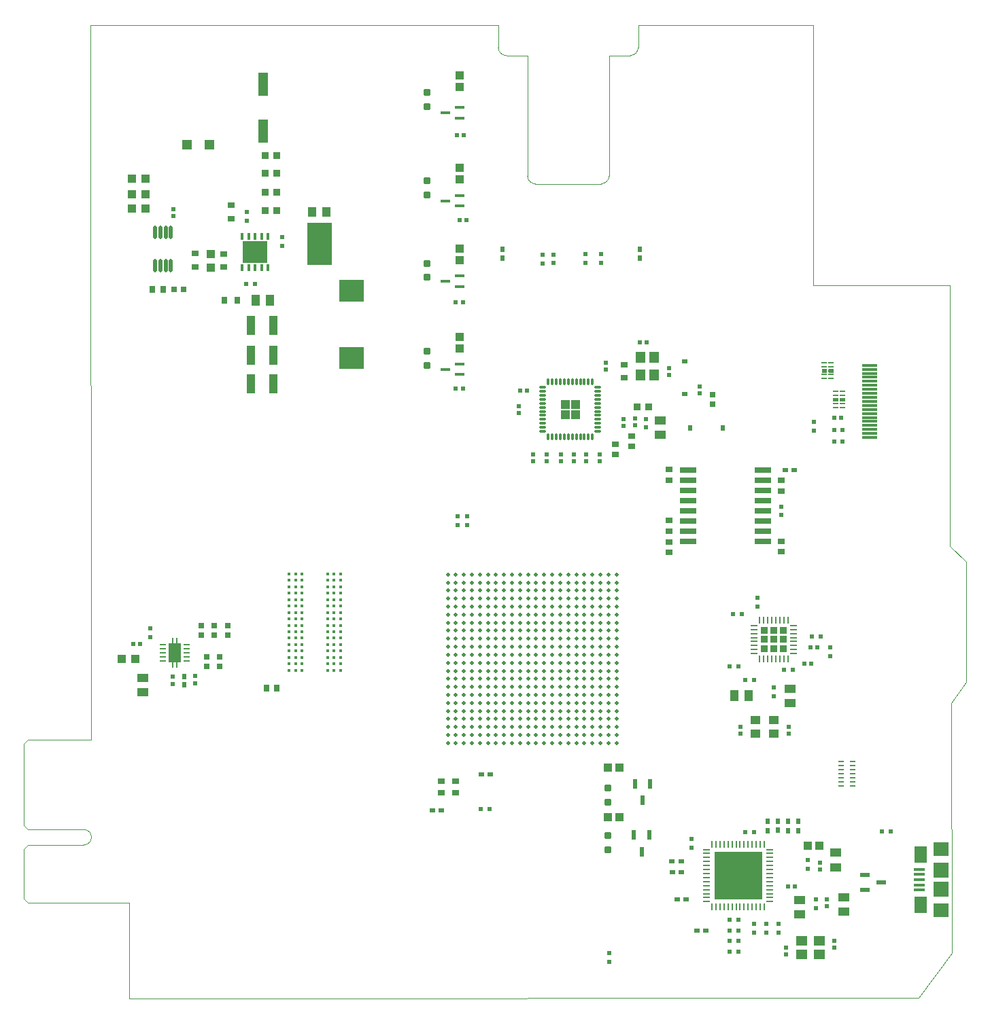
<source format=gbr>
G04 #@! TF.GenerationSoftware,KiCad,Pcbnew,(7.0.0)*
G04 #@! TF.CreationDate,2024-09-25T23:02:18+02:00*
G04 #@! TF.ProjectId,FPGA_dev_board,46504741-5f64-4657-965f-626f6172642e,rev?*
G04 #@! TF.SameCoordinates,Original*
G04 #@! TF.FileFunction,Paste,Top*
G04 #@! TF.FilePolarity,Positive*
%FSLAX46Y46*%
G04 Gerber Fmt 4.6, Leading zero omitted, Abs format (unit mm)*
G04 Created by KiCad (PCBNEW (7.0.0)) date 2024-09-25 23:02:18*
%MOMM*%
%LPD*%
G01*
G04 APERTURE LIST*
G04 Aperture macros list*
%AMRoundRect*
0 Rectangle with rounded corners*
0 $1 Rounding radius*
0 $2 $3 $4 $5 $6 $7 $8 $9 X,Y pos of 4 corners*
0 Add a 4 corners polygon primitive as box body*
4,1,4,$2,$3,$4,$5,$6,$7,$8,$9,$2,$3,0*
0 Add four circle primitives for the rounded corners*
1,1,$1+$1,$2,$3*
1,1,$1+$1,$4,$5*
1,1,$1+$1,$6,$7*
1,1,$1+$1,$8,$9*
0 Add four rect primitives between the rounded corners*
20,1,$1+$1,$2,$3,$4,$5,0*
20,1,$1+$1,$4,$5,$6,$7,0*
20,1,$1+$1,$6,$7,$8,$9,0*
20,1,$1+$1,$8,$9,$2,$3,0*%
G04 Aperture macros list end*
%ADD10C,0.010000*%
%ADD11R,0.508000X0.609600*%
%ADD12R,0.711200X0.711200*%
%ADD13R,0.600000X0.540000*%
%ADD14R,0.965200X0.889000*%
%ADD15R,0.939800X0.762000*%
%ADD16R,0.540000X0.600000*%
%ADD17R,0.609600X0.508000*%
%ADD18RoundRect,0.098750X0.296250X-0.336250X0.296250X0.336250X-0.296250X0.336250X-0.296250X-0.336250X0*%
%ADD19C,0.400000*%
%ADD20R,0.508000X0.660400*%
%ADD21R,1.040000X1.020000*%
%ADD22R,1.100000X1.000000*%
%ADD23R,1.420000X1.080000*%
%ADD24R,0.900000X0.800000*%
%ADD25RoundRect,0.232500X0.232500X0.232500X-0.232500X0.232500X-0.232500X-0.232500X0.232500X-0.232500X0*%
%ADD26RoundRect,0.062500X0.375000X0.062500X-0.375000X0.062500X-0.375000X-0.062500X0.375000X-0.062500X0*%
%ADD27RoundRect,0.062500X0.062500X0.375000X-0.062500X0.375000X-0.062500X-0.375000X0.062500X-0.375000X0*%
%ADD28R,1.168400X0.457200*%
%ADD29C,0.500000*%
%ADD30C,0.280000*%
%ADD31R,0.710000X0.280000*%
%ADD32R,0.280000X0.700000*%
%ADD33R,1.650000X2.400000*%
%ADD34R,0.711200X0.508000*%
%ADD35R,0.558800X0.711200*%
%ADD36R,0.600000X0.750000*%
%ADD37R,0.600000X0.560000*%
%ADD38R,1.020000X1.040000*%
%ADD39R,0.660400X0.508000*%
%ADD40R,0.790000X0.930000*%
%ADD41R,1.080000X1.420000*%
%ADD42R,0.700000X0.900000*%
%ADD43R,3.098800X5.207000*%
%ADD44R,0.990600X1.143000*%
%ADD45R,1.066800X2.489200*%
%ADD46R,0.660400X0.254000*%
%ADD47RoundRect,0.024000X-0.996000X-0.276000X0.996000X-0.276000X0.996000X0.276000X-0.996000X0.276000X0*%
%ADD48R,0.475000X0.500000*%
%ADD49RoundRect,0.025000X-0.257500X-0.075000X0.257500X-0.075000X0.257500X0.075000X-0.257500X0.075000X0*%
%ADD50R,0.304800X0.812800*%
%ADD51R,3.098800X2.692400*%
%ADD52R,1.200000X1.200000*%
%ADD53R,0.930000X0.790000*%
%ADD54R,1.900000X0.300000*%
%ADD55R,0.560000X0.600000*%
%ADD56R,0.508000X0.711200*%
%ADD57R,1.350000X0.400000*%
%ADD58R,1.600000X2.100000*%
%ADD59R,1.900000X1.800000*%
%ADD60R,1.900000X1.900000*%
%ADD61R,1.200000X1.400000*%
%ADD62R,0.900000X0.700000*%
%ADD63R,0.590000X0.600000*%
%ADD64R,1.250000X0.600000*%
%ADD65R,0.965200X0.939800*%
%ADD66R,0.558800X1.270000*%
%ADD67O,0.449999X1.699999*%
%ADD68R,1.300000X1.050000*%
%ADD69R,3.149600X2.667000*%
%ADD70R,1.400000X1.200000*%
%ADD71R,1.143000X2.997200*%
%ADD72R,0.807999X0.254800*%
%ADD73R,0.254800X0.807999*%
%ADD74R,5.943600X5.943600*%
%ADD75R,1.000000X1.100000*%
%ADD76RoundRect,0.033750X-0.101250X0.371250X-0.101250X-0.371250X0.101250X-0.371250X0.101250X0.371250X0*%
%ADD77RoundRect,0.033750X-0.371250X-0.101250X0.371250X-0.101250X0.371250X0.101250X-0.371250X0.101250X0*%
G04 #@! TA.AperFunction,Profile*
%ADD78C,0.100000*%
G04 #@! TD*
G04 #@! TA.AperFunction,Profile*
%ADD79C,0.010000*%
G04 #@! TD*
G04 APERTURE END LIST*
G36*
X137003000Y-162491000D02*
G01*
X137005000Y-162491000D01*
X137008000Y-162492000D01*
X137010000Y-162492000D01*
X137013000Y-162493000D01*
X137015000Y-162494000D01*
X137018000Y-162495000D01*
X137020000Y-162497000D01*
X137022000Y-162498000D01*
X137024000Y-162500000D01*
X137026000Y-162501000D01*
X137028000Y-162503000D01*
X137030000Y-162505000D01*
X137032000Y-162507000D01*
X137034000Y-162509000D01*
X137035000Y-162511000D01*
X137037000Y-162513000D01*
X137038000Y-162515000D01*
X137040000Y-162517000D01*
X137041000Y-162520000D01*
X137042000Y-162522000D01*
X137043000Y-162525000D01*
X137043000Y-162527000D01*
X137044000Y-162530000D01*
X137044000Y-162532000D01*
X137045000Y-162535000D01*
X137045000Y-162537000D01*
X137045000Y-162540000D01*
X137045000Y-162800000D01*
X137045000Y-162803000D01*
X137045000Y-162805000D01*
X137044000Y-162808000D01*
X137044000Y-162810000D01*
X137043000Y-162813000D01*
X137043000Y-162815000D01*
X137042000Y-162818000D01*
X137041000Y-162820000D01*
X137040000Y-162823000D01*
X137038000Y-162825000D01*
X137037000Y-162827000D01*
X137035000Y-162829000D01*
X137034000Y-162831000D01*
X137032000Y-162833000D01*
X137030000Y-162835000D01*
X137028000Y-162837000D01*
X137026000Y-162839000D01*
X137024000Y-162840000D01*
X137022000Y-162842000D01*
X137020000Y-162843000D01*
X137018000Y-162845000D01*
X137015000Y-162846000D01*
X137013000Y-162847000D01*
X137010000Y-162848000D01*
X137008000Y-162848000D01*
X137005000Y-162849000D01*
X137003000Y-162849000D01*
X137000000Y-162850000D01*
X136998000Y-162850000D01*
X136995000Y-162850000D01*
X136530000Y-162850000D01*
X136527000Y-162850000D01*
X136525000Y-162850000D01*
X136522000Y-162849000D01*
X136520000Y-162849000D01*
X136517000Y-162848000D01*
X136515000Y-162848000D01*
X136512000Y-162847000D01*
X136510000Y-162846000D01*
X136507000Y-162845000D01*
X136505000Y-162843000D01*
X136503000Y-162842000D01*
X136501000Y-162840000D01*
X136499000Y-162839000D01*
X136497000Y-162837000D01*
X136495000Y-162835000D01*
X136493000Y-162833000D01*
X136491000Y-162831000D01*
X136490000Y-162829000D01*
X136488000Y-162827000D01*
X136487000Y-162825000D01*
X136485000Y-162823000D01*
X136484000Y-162820000D01*
X136483000Y-162818000D01*
X136482000Y-162815000D01*
X136482000Y-162813000D01*
X136481000Y-162810000D01*
X136481000Y-162808000D01*
X136480000Y-162805000D01*
X136480000Y-162803000D01*
X136480000Y-162800000D01*
X136480000Y-162540000D01*
X136480000Y-162537000D01*
X136480000Y-162535000D01*
X136481000Y-162532000D01*
X136481000Y-162530000D01*
X136482000Y-162527000D01*
X136482000Y-162525000D01*
X136483000Y-162522000D01*
X136484000Y-162520000D01*
X136485000Y-162517000D01*
X136487000Y-162515000D01*
X136488000Y-162513000D01*
X136490000Y-162511000D01*
X136491000Y-162509000D01*
X136493000Y-162507000D01*
X136495000Y-162505000D01*
X136497000Y-162503000D01*
X136499000Y-162501000D01*
X136501000Y-162500000D01*
X136503000Y-162498000D01*
X136505000Y-162497000D01*
X136507000Y-162495000D01*
X136510000Y-162494000D01*
X136512000Y-162493000D01*
X136515000Y-162492000D01*
X136517000Y-162492000D01*
X136520000Y-162491000D01*
X136522000Y-162491000D01*
X136525000Y-162490000D01*
X136527000Y-162490000D01*
X136530000Y-162490000D01*
X136995000Y-162490000D01*
X136998000Y-162490000D01*
X137000000Y-162490000D01*
X137003000Y-162491000D01*
G37*
D10*
X137003000Y-162491000D02*
X137005000Y-162491000D01*
X137008000Y-162492000D01*
X137010000Y-162492000D01*
X137013000Y-162493000D01*
X137015000Y-162494000D01*
X137018000Y-162495000D01*
X137020000Y-162497000D01*
X137022000Y-162498000D01*
X137024000Y-162500000D01*
X137026000Y-162501000D01*
X137028000Y-162503000D01*
X137030000Y-162505000D01*
X137032000Y-162507000D01*
X137034000Y-162509000D01*
X137035000Y-162511000D01*
X137037000Y-162513000D01*
X137038000Y-162515000D01*
X137040000Y-162517000D01*
X137041000Y-162520000D01*
X137042000Y-162522000D01*
X137043000Y-162525000D01*
X137043000Y-162527000D01*
X137044000Y-162530000D01*
X137044000Y-162532000D01*
X137045000Y-162535000D01*
X137045000Y-162537000D01*
X137045000Y-162540000D01*
X137045000Y-162800000D01*
X137045000Y-162803000D01*
X137045000Y-162805000D01*
X137044000Y-162808000D01*
X137044000Y-162810000D01*
X137043000Y-162813000D01*
X137043000Y-162815000D01*
X137042000Y-162818000D01*
X137041000Y-162820000D01*
X137040000Y-162823000D01*
X137038000Y-162825000D01*
X137037000Y-162827000D01*
X137035000Y-162829000D01*
X137034000Y-162831000D01*
X137032000Y-162833000D01*
X137030000Y-162835000D01*
X137028000Y-162837000D01*
X137026000Y-162839000D01*
X137024000Y-162840000D01*
X137022000Y-162842000D01*
X137020000Y-162843000D01*
X137018000Y-162845000D01*
X137015000Y-162846000D01*
X137013000Y-162847000D01*
X137010000Y-162848000D01*
X137008000Y-162848000D01*
X137005000Y-162849000D01*
X137003000Y-162849000D01*
X137000000Y-162850000D01*
X136998000Y-162850000D01*
X136995000Y-162850000D01*
X136530000Y-162850000D01*
X136527000Y-162850000D01*
X136525000Y-162850000D01*
X136522000Y-162849000D01*
X136520000Y-162849000D01*
X136517000Y-162848000D01*
X136515000Y-162848000D01*
X136512000Y-162847000D01*
X136510000Y-162846000D01*
X136507000Y-162845000D01*
X136505000Y-162843000D01*
X136503000Y-162842000D01*
X136501000Y-162840000D01*
X136499000Y-162839000D01*
X136497000Y-162837000D01*
X136495000Y-162835000D01*
X136493000Y-162833000D01*
X136491000Y-162831000D01*
X136490000Y-162829000D01*
X136488000Y-162827000D01*
X136487000Y-162825000D01*
X136485000Y-162823000D01*
X136484000Y-162820000D01*
X136483000Y-162818000D01*
X136482000Y-162815000D01*
X136482000Y-162813000D01*
X136481000Y-162810000D01*
X136481000Y-162808000D01*
X136480000Y-162805000D01*
X136480000Y-162803000D01*
X136480000Y-162800000D01*
X136480000Y-162540000D01*
X136480000Y-162537000D01*
X136480000Y-162535000D01*
X136481000Y-162532000D01*
X136481000Y-162530000D01*
X136482000Y-162527000D01*
X136482000Y-162525000D01*
X136483000Y-162522000D01*
X136484000Y-162520000D01*
X136485000Y-162517000D01*
X136487000Y-162515000D01*
X136488000Y-162513000D01*
X136490000Y-162511000D01*
X136491000Y-162509000D01*
X136493000Y-162507000D01*
X136495000Y-162505000D01*
X136497000Y-162503000D01*
X136499000Y-162501000D01*
X136501000Y-162500000D01*
X136503000Y-162498000D01*
X136505000Y-162497000D01*
X136507000Y-162495000D01*
X136510000Y-162494000D01*
X136512000Y-162493000D01*
X136515000Y-162492000D01*
X136517000Y-162492000D01*
X136520000Y-162491000D01*
X136522000Y-162491000D01*
X136525000Y-162490000D01*
X136527000Y-162490000D01*
X136530000Y-162490000D01*
X136995000Y-162490000D01*
X136998000Y-162490000D01*
X137000000Y-162490000D01*
X137003000Y-162491000D01*
G36*
X137838000Y-162491000D02*
G01*
X137840000Y-162491000D01*
X137843000Y-162492000D01*
X137845000Y-162492000D01*
X137848000Y-162493000D01*
X137850000Y-162494000D01*
X137853000Y-162495000D01*
X137855000Y-162497000D01*
X137857000Y-162498000D01*
X137859000Y-162500000D01*
X137861000Y-162501000D01*
X137863000Y-162503000D01*
X137865000Y-162505000D01*
X137867000Y-162507000D01*
X137869000Y-162509000D01*
X137870000Y-162511000D01*
X137872000Y-162513000D01*
X137873000Y-162515000D01*
X137875000Y-162517000D01*
X137876000Y-162520000D01*
X137877000Y-162522000D01*
X137878000Y-162525000D01*
X137878000Y-162527000D01*
X137879000Y-162530000D01*
X137879000Y-162532000D01*
X137880000Y-162535000D01*
X137880000Y-162537000D01*
X137880000Y-162540000D01*
X137880000Y-162800000D01*
X137880000Y-162803000D01*
X137880000Y-162805000D01*
X137879000Y-162808000D01*
X137879000Y-162810000D01*
X137878000Y-162813000D01*
X137878000Y-162815000D01*
X137877000Y-162818000D01*
X137876000Y-162820000D01*
X137875000Y-162823000D01*
X137873000Y-162825000D01*
X137872000Y-162827000D01*
X137870000Y-162829000D01*
X137869000Y-162831000D01*
X137867000Y-162833000D01*
X137865000Y-162835000D01*
X137863000Y-162837000D01*
X137861000Y-162839000D01*
X137859000Y-162840000D01*
X137857000Y-162842000D01*
X137855000Y-162843000D01*
X137853000Y-162845000D01*
X137850000Y-162846000D01*
X137848000Y-162847000D01*
X137845000Y-162848000D01*
X137843000Y-162848000D01*
X137840000Y-162849000D01*
X137838000Y-162849000D01*
X137835000Y-162850000D01*
X137833000Y-162850000D01*
X137830000Y-162850000D01*
X137365000Y-162850000D01*
X137362000Y-162850000D01*
X137360000Y-162850000D01*
X137357000Y-162849000D01*
X137355000Y-162849000D01*
X137352000Y-162848000D01*
X137350000Y-162848000D01*
X137347000Y-162847000D01*
X137345000Y-162846000D01*
X137342000Y-162845000D01*
X137340000Y-162843000D01*
X137338000Y-162842000D01*
X137336000Y-162840000D01*
X137334000Y-162839000D01*
X137332000Y-162837000D01*
X137330000Y-162835000D01*
X137328000Y-162833000D01*
X137326000Y-162831000D01*
X137325000Y-162829000D01*
X137323000Y-162827000D01*
X137322000Y-162825000D01*
X137320000Y-162823000D01*
X137319000Y-162820000D01*
X137318000Y-162818000D01*
X137317000Y-162815000D01*
X137317000Y-162813000D01*
X137316000Y-162810000D01*
X137316000Y-162808000D01*
X137315000Y-162805000D01*
X137315000Y-162803000D01*
X137315000Y-162800000D01*
X137315000Y-162540000D01*
X137315000Y-162537000D01*
X137315000Y-162535000D01*
X137316000Y-162532000D01*
X137316000Y-162530000D01*
X137317000Y-162527000D01*
X137317000Y-162525000D01*
X137318000Y-162522000D01*
X137319000Y-162520000D01*
X137320000Y-162517000D01*
X137322000Y-162515000D01*
X137323000Y-162513000D01*
X137325000Y-162511000D01*
X137326000Y-162509000D01*
X137328000Y-162507000D01*
X137330000Y-162505000D01*
X137332000Y-162503000D01*
X137334000Y-162501000D01*
X137336000Y-162500000D01*
X137338000Y-162498000D01*
X137340000Y-162497000D01*
X137342000Y-162495000D01*
X137345000Y-162494000D01*
X137347000Y-162493000D01*
X137350000Y-162492000D01*
X137352000Y-162492000D01*
X137355000Y-162491000D01*
X137357000Y-162491000D01*
X137360000Y-162490000D01*
X137362000Y-162490000D01*
X137365000Y-162490000D01*
X137830000Y-162490000D01*
X137833000Y-162490000D01*
X137835000Y-162490000D01*
X137838000Y-162491000D01*
G37*
X137838000Y-162491000D02*
X137840000Y-162491000D01*
X137843000Y-162492000D01*
X137845000Y-162492000D01*
X137848000Y-162493000D01*
X137850000Y-162494000D01*
X137853000Y-162495000D01*
X137855000Y-162497000D01*
X137857000Y-162498000D01*
X137859000Y-162500000D01*
X137861000Y-162501000D01*
X137863000Y-162503000D01*
X137865000Y-162505000D01*
X137867000Y-162507000D01*
X137869000Y-162509000D01*
X137870000Y-162511000D01*
X137872000Y-162513000D01*
X137873000Y-162515000D01*
X137875000Y-162517000D01*
X137876000Y-162520000D01*
X137877000Y-162522000D01*
X137878000Y-162525000D01*
X137878000Y-162527000D01*
X137879000Y-162530000D01*
X137879000Y-162532000D01*
X137880000Y-162535000D01*
X137880000Y-162537000D01*
X137880000Y-162540000D01*
X137880000Y-162800000D01*
X137880000Y-162803000D01*
X137880000Y-162805000D01*
X137879000Y-162808000D01*
X137879000Y-162810000D01*
X137878000Y-162813000D01*
X137878000Y-162815000D01*
X137877000Y-162818000D01*
X137876000Y-162820000D01*
X137875000Y-162823000D01*
X137873000Y-162825000D01*
X137872000Y-162827000D01*
X137870000Y-162829000D01*
X137869000Y-162831000D01*
X137867000Y-162833000D01*
X137865000Y-162835000D01*
X137863000Y-162837000D01*
X137861000Y-162839000D01*
X137859000Y-162840000D01*
X137857000Y-162842000D01*
X137855000Y-162843000D01*
X137853000Y-162845000D01*
X137850000Y-162846000D01*
X137848000Y-162847000D01*
X137845000Y-162848000D01*
X137843000Y-162848000D01*
X137840000Y-162849000D01*
X137838000Y-162849000D01*
X137835000Y-162850000D01*
X137833000Y-162850000D01*
X137830000Y-162850000D01*
X137365000Y-162850000D01*
X137362000Y-162850000D01*
X137360000Y-162850000D01*
X137357000Y-162849000D01*
X137355000Y-162849000D01*
X137352000Y-162848000D01*
X137350000Y-162848000D01*
X137347000Y-162847000D01*
X137345000Y-162846000D01*
X137342000Y-162845000D01*
X137340000Y-162843000D01*
X137338000Y-162842000D01*
X137336000Y-162840000D01*
X137334000Y-162839000D01*
X137332000Y-162837000D01*
X137330000Y-162835000D01*
X137328000Y-162833000D01*
X137326000Y-162831000D01*
X137325000Y-162829000D01*
X137323000Y-162827000D01*
X137322000Y-162825000D01*
X137320000Y-162823000D01*
X137319000Y-162820000D01*
X137318000Y-162818000D01*
X137317000Y-162815000D01*
X137317000Y-162813000D01*
X137316000Y-162810000D01*
X137316000Y-162808000D01*
X137315000Y-162805000D01*
X137315000Y-162803000D01*
X137315000Y-162800000D01*
X137315000Y-162540000D01*
X137315000Y-162537000D01*
X137315000Y-162535000D01*
X137316000Y-162532000D01*
X137316000Y-162530000D01*
X137317000Y-162527000D01*
X137317000Y-162525000D01*
X137318000Y-162522000D01*
X137319000Y-162520000D01*
X137320000Y-162517000D01*
X137322000Y-162515000D01*
X137323000Y-162513000D01*
X137325000Y-162511000D01*
X137326000Y-162509000D01*
X137328000Y-162507000D01*
X137330000Y-162505000D01*
X137332000Y-162503000D01*
X137334000Y-162501000D01*
X137336000Y-162500000D01*
X137338000Y-162498000D01*
X137340000Y-162497000D01*
X137342000Y-162495000D01*
X137345000Y-162494000D01*
X137347000Y-162493000D01*
X137350000Y-162492000D01*
X137352000Y-162492000D01*
X137355000Y-162491000D01*
X137357000Y-162491000D01*
X137360000Y-162490000D01*
X137362000Y-162490000D01*
X137365000Y-162490000D01*
X137830000Y-162490000D01*
X137833000Y-162490000D01*
X137835000Y-162490000D01*
X137838000Y-162491000D01*
G36*
X67359400Y-147800000D02*
G01*
X66010000Y-147800000D01*
X66010000Y-146653800D01*
X67359400Y-146653800D01*
X67359400Y-147800000D01*
G37*
G36*
X65810000Y-147800000D02*
G01*
X64460600Y-147800000D01*
X64460600Y-146653800D01*
X65810000Y-146653800D01*
X65810000Y-147800000D01*
G37*
G36*
X67359400Y-149146200D02*
G01*
X66010000Y-149146200D01*
X66010000Y-148000000D01*
X67359400Y-148000000D01*
X67359400Y-149146200D01*
G37*
G36*
X65810000Y-149146200D02*
G01*
X64460600Y-149146200D01*
X64460600Y-148000000D01*
X65810000Y-148000000D01*
X65810000Y-149146200D01*
G37*
G36*
X138423000Y-166091000D02*
G01*
X138425000Y-166091000D01*
X138428000Y-166092000D01*
X138430000Y-166092000D01*
X138433000Y-166093000D01*
X138435000Y-166094000D01*
X138438000Y-166095000D01*
X138440000Y-166097000D01*
X138442000Y-166098000D01*
X138444000Y-166100000D01*
X138446000Y-166101000D01*
X138448000Y-166103000D01*
X138450000Y-166105000D01*
X138452000Y-166107000D01*
X138454000Y-166109000D01*
X138455000Y-166111000D01*
X138457000Y-166113000D01*
X138458000Y-166115000D01*
X138460000Y-166117000D01*
X138461000Y-166120000D01*
X138462000Y-166122000D01*
X138463000Y-166125000D01*
X138463000Y-166127000D01*
X138464000Y-166130000D01*
X138464000Y-166132000D01*
X138465000Y-166135000D01*
X138465000Y-166137000D01*
X138465000Y-166140000D01*
X138465000Y-166400000D01*
X138465000Y-166403000D01*
X138465000Y-166405000D01*
X138464000Y-166408000D01*
X138464000Y-166410000D01*
X138463000Y-166413000D01*
X138463000Y-166415000D01*
X138462000Y-166418000D01*
X138461000Y-166420000D01*
X138460000Y-166423000D01*
X138458000Y-166425000D01*
X138457000Y-166427000D01*
X138455000Y-166429000D01*
X138454000Y-166431000D01*
X138452000Y-166433000D01*
X138450000Y-166435000D01*
X138448000Y-166437000D01*
X138446000Y-166439000D01*
X138444000Y-166440000D01*
X138442000Y-166442000D01*
X138440000Y-166443000D01*
X138438000Y-166445000D01*
X138435000Y-166446000D01*
X138433000Y-166447000D01*
X138430000Y-166448000D01*
X138428000Y-166448000D01*
X138425000Y-166449000D01*
X138423000Y-166449000D01*
X138420000Y-166450000D01*
X138418000Y-166450000D01*
X138415000Y-166450000D01*
X137950000Y-166450000D01*
X137947000Y-166450000D01*
X137945000Y-166450000D01*
X137942000Y-166449000D01*
X137940000Y-166449000D01*
X137937000Y-166448000D01*
X137935000Y-166448000D01*
X137932000Y-166447000D01*
X137930000Y-166446000D01*
X137927000Y-166445000D01*
X137925000Y-166443000D01*
X137923000Y-166442000D01*
X137921000Y-166440000D01*
X137919000Y-166439000D01*
X137917000Y-166437000D01*
X137915000Y-166435000D01*
X137913000Y-166433000D01*
X137911000Y-166431000D01*
X137910000Y-166429000D01*
X137908000Y-166427000D01*
X137907000Y-166425000D01*
X137905000Y-166423000D01*
X137904000Y-166420000D01*
X137903000Y-166418000D01*
X137902000Y-166415000D01*
X137902000Y-166413000D01*
X137901000Y-166410000D01*
X137901000Y-166408000D01*
X137900000Y-166405000D01*
X137900000Y-166403000D01*
X137900000Y-166400000D01*
X137900000Y-166140000D01*
X137900000Y-166137000D01*
X137900000Y-166135000D01*
X137901000Y-166132000D01*
X137901000Y-166130000D01*
X137902000Y-166127000D01*
X137902000Y-166125000D01*
X137903000Y-166122000D01*
X137904000Y-166120000D01*
X137905000Y-166117000D01*
X137907000Y-166115000D01*
X137908000Y-166113000D01*
X137910000Y-166111000D01*
X137911000Y-166109000D01*
X137913000Y-166107000D01*
X137915000Y-166105000D01*
X137917000Y-166103000D01*
X137919000Y-166101000D01*
X137921000Y-166100000D01*
X137923000Y-166098000D01*
X137925000Y-166097000D01*
X137927000Y-166095000D01*
X137930000Y-166094000D01*
X137932000Y-166093000D01*
X137935000Y-166092000D01*
X137937000Y-166092000D01*
X137940000Y-166091000D01*
X137942000Y-166091000D01*
X137945000Y-166090000D01*
X137947000Y-166090000D01*
X137950000Y-166090000D01*
X138415000Y-166090000D01*
X138418000Y-166090000D01*
X138420000Y-166090000D01*
X138423000Y-166091000D01*
G37*
X138423000Y-166091000D02*
X138425000Y-166091000D01*
X138428000Y-166092000D01*
X138430000Y-166092000D01*
X138433000Y-166093000D01*
X138435000Y-166094000D01*
X138438000Y-166095000D01*
X138440000Y-166097000D01*
X138442000Y-166098000D01*
X138444000Y-166100000D01*
X138446000Y-166101000D01*
X138448000Y-166103000D01*
X138450000Y-166105000D01*
X138452000Y-166107000D01*
X138454000Y-166109000D01*
X138455000Y-166111000D01*
X138457000Y-166113000D01*
X138458000Y-166115000D01*
X138460000Y-166117000D01*
X138461000Y-166120000D01*
X138462000Y-166122000D01*
X138463000Y-166125000D01*
X138463000Y-166127000D01*
X138464000Y-166130000D01*
X138464000Y-166132000D01*
X138465000Y-166135000D01*
X138465000Y-166137000D01*
X138465000Y-166140000D01*
X138465000Y-166400000D01*
X138465000Y-166403000D01*
X138465000Y-166405000D01*
X138464000Y-166408000D01*
X138464000Y-166410000D01*
X138463000Y-166413000D01*
X138463000Y-166415000D01*
X138462000Y-166418000D01*
X138461000Y-166420000D01*
X138460000Y-166423000D01*
X138458000Y-166425000D01*
X138457000Y-166427000D01*
X138455000Y-166429000D01*
X138454000Y-166431000D01*
X138452000Y-166433000D01*
X138450000Y-166435000D01*
X138448000Y-166437000D01*
X138446000Y-166439000D01*
X138444000Y-166440000D01*
X138442000Y-166442000D01*
X138440000Y-166443000D01*
X138438000Y-166445000D01*
X138435000Y-166446000D01*
X138433000Y-166447000D01*
X138430000Y-166448000D01*
X138428000Y-166448000D01*
X138425000Y-166449000D01*
X138423000Y-166449000D01*
X138420000Y-166450000D01*
X138418000Y-166450000D01*
X138415000Y-166450000D01*
X137950000Y-166450000D01*
X137947000Y-166450000D01*
X137945000Y-166450000D01*
X137942000Y-166449000D01*
X137940000Y-166449000D01*
X137937000Y-166448000D01*
X137935000Y-166448000D01*
X137932000Y-166447000D01*
X137930000Y-166446000D01*
X137927000Y-166445000D01*
X137925000Y-166443000D01*
X137923000Y-166442000D01*
X137921000Y-166440000D01*
X137919000Y-166439000D01*
X137917000Y-166437000D01*
X137915000Y-166435000D01*
X137913000Y-166433000D01*
X137911000Y-166431000D01*
X137910000Y-166429000D01*
X137908000Y-166427000D01*
X137907000Y-166425000D01*
X137905000Y-166423000D01*
X137904000Y-166420000D01*
X137903000Y-166418000D01*
X137902000Y-166415000D01*
X137902000Y-166413000D01*
X137901000Y-166410000D01*
X137901000Y-166408000D01*
X137900000Y-166405000D01*
X137900000Y-166403000D01*
X137900000Y-166400000D01*
X137900000Y-166140000D01*
X137900000Y-166137000D01*
X137900000Y-166135000D01*
X137901000Y-166132000D01*
X137901000Y-166130000D01*
X137902000Y-166127000D01*
X137902000Y-166125000D01*
X137903000Y-166122000D01*
X137904000Y-166120000D01*
X137905000Y-166117000D01*
X137907000Y-166115000D01*
X137908000Y-166113000D01*
X137910000Y-166111000D01*
X137911000Y-166109000D01*
X137913000Y-166107000D01*
X137915000Y-166105000D01*
X137917000Y-166103000D01*
X137919000Y-166101000D01*
X137921000Y-166100000D01*
X137923000Y-166098000D01*
X137925000Y-166097000D01*
X137927000Y-166095000D01*
X137930000Y-166094000D01*
X137932000Y-166093000D01*
X137935000Y-166092000D01*
X137937000Y-166092000D01*
X137940000Y-166091000D01*
X137942000Y-166091000D01*
X137945000Y-166090000D01*
X137947000Y-166090000D01*
X137950000Y-166090000D01*
X138415000Y-166090000D01*
X138418000Y-166090000D01*
X138420000Y-166090000D01*
X138423000Y-166091000D01*
G36*
X139258000Y-166091000D02*
G01*
X139260000Y-166091000D01*
X139263000Y-166092000D01*
X139265000Y-166092000D01*
X139268000Y-166093000D01*
X139270000Y-166094000D01*
X139273000Y-166095000D01*
X139275000Y-166097000D01*
X139277000Y-166098000D01*
X139279000Y-166100000D01*
X139281000Y-166101000D01*
X139283000Y-166103000D01*
X139285000Y-166105000D01*
X139287000Y-166107000D01*
X139289000Y-166109000D01*
X139290000Y-166111000D01*
X139292000Y-166113000D01*
X139293000Y-166115000D01*
X139295000Y-166117000D01*
X139296000Y-166120000D01*
X139297000Y-166122000D01*
X139298000Y-166125000D01*
X139298000Y-166127000D01*
X139299000Y-166130000D01*
X139299000Y-166132000D01*
X139300000Y-166135000D01*
X139300000Y-166137000D01*
X139300000Y-166140000D01*
X139300000Y-166400000D01*
X139300000Y-166403000D01*
X139300000Y-166405000D01*
X139299000Y-166408000D01*
X139299000Y-166410000D01*
X139298000Y-166413000D01*
X139298000Y-166415000D01*
X139297000Y-166418000D01*
X139296000Y-166420000D01*
X139295000Y-166423000D01*
X139293000Y-166425000D01*
X139292000Y-166427000D01*
X139290000Y-166429000D01*
X139289000Y-166431000D01*
X139287000Y-166433000D01*
X139285000Y-166435000D01*
X139283000Y-166437000D01*
X139281000Y-166439000D01*
X139279000Y-166440000D01*
X139277000Y-166442000D01*
X139275000Y-166443000D01*
X139273000Y-166445000D01*
X139270000Y-166446000D01*
X139268000Y-166447000D01*
X139265000Y-166448000D01*
X139263000Y-166448000D01*
X139260000Y-166449000D01*
X139258000Y-166449000D01*
X139255000Y-166450000D01*
X139253000Y-166450000D01*
X139250000Y-166450000D01*
X138785000Y-166450000D01*
X138782000Y-166450000D01*
X138780000Y-166450000D01*
X138777000Y-166449000D01*
X138775000Y-166449000D01*
X138772000Y-166448000D01*
X138770000Y-166448000D01*
X138767000Y-166447000D01*
X138765000Y-166446000D01*
X138762000Y-166445000D01*
X138760000Y-166443000D01*
X138758000Y-166442000D01*
X138756000Y-166440000D01*
X138754000Y-166439000D01*
X138752000Y-166437000D01*
X138750000Y-166435000D01*
X138748000Y-166433000D01*
X138746000Y-166431000D01*
X138745000Y-166429000D01*
X138743000Y-166427000D01*
X138742000Y-166425000D01*
X138740000Y-166423000D01*
X138739000Y-166420000D01*
X138738000Y-166418000D01*
X138737000Y-166415000D01*
X138737000Y-166413000D01*
X138736000Y-166410000D01*
X138736000Y-166408000D01*
X138735000Y-166405000D01*
X138735000Y-166403000D01*
X138735000Y-166400000D01*
X138735000Y-166140000D01*
X138735000Y-166137000D01*
X138735000Y-166135000D01*
X138736000Y-166132000D01*
X138736000Y-166130000D01*
X138737000Y-166127000D01*
X138737000Y-166125000D01*
X138738000Y-166122000D01*
X138739000Y-166120000D01*
X138740000Y-166117000D01*
X138742000Y-166115000D01*
X138743000Y-166113000D01*
X138745000Y-166111000D01*
X138746000Y-166109000D01*
X138748000Y-166107000D01*
X138750000Y-166105000D01*
X138752000Y-166103000D01*
X138754000Y-166101000D01*
X138756000Y-166100000D01*
X138758000Y-166098000D01*
X138760000Y-166097000D01*
X138762000Y-166095000D01*
X138765000Y-166094000D01*
X138767000Y-166093000D01*
X138770000Y-166092000D01*
X138772000Y-166092000D01*
X138775000Y-166091000D01*
X138777000Y-166091000D01*
X138780000Y-166090000D01*
X138782000Y-166090000D01*
X138785000Y-166090000D01*
X139250000Y-166090000D01*
X139253000Y-166090000D01*
X139255000Y-166090000D01*
X139258000Y-166091000D01*
G37*
X139258000Y-166091000D02*
X139260000Y-166091000D01*
X139263000Y-166092000D01*
X139265000Y-166092000D01*
X139268000Y-166093000D01*
X139270000Y-166094000D01*
X139273000Y-166095000D01*
X139275000Y-166097000D01*
X139277000Y-166098000D01*
X139279000Y-166100000D01*
X139281000Y-166101000D01*
X139283000Y-166103000D01*
X139285000Y-166105000D01*
X139287000Y-166107000D01*
X139289000Y-166109000D01*
X139290000Y-166111000D01*
X139292000Y-166113000D01*
X139293000Y-166115000D01*
X139295000Y-166117000D01*
X139296000Y-166120000D01*
X139297000Y-166122000D01*
X139298000Y-166125000D01*
X139298000Y-166127000D01*
X139299000Y-166130000D01*
X139299000Y-166132000D01*
X139300000Y-166135000D01*
X139300000Y-166137000D01*
X139300000Y-166140000D01*
X139300000Y-166400000D01*
X139300000Y-166403000D01*
X139300000Y-166405000D01*
X139299000Y-166408000D01*
X139299000Y-166410000D01*
X139298000Y-166413000D01*
X139298000Y-166415000D01*
X139297000Y-166418000D01*
X139296000Y-166420000D01*
X139295000Y-166423000D01*
X139293000Y-166425000D01*
X139292000Y-166427000D01*
X139290000Y-166429000D01*
X139289000Y-166431000D01*
X139287000Y-166433000D01*
X139285000Y-166435000D01*
X139283000Y-166437000D01*
X139281000Y-166439000D01*
X139279000Y-166440000D01*
X139277000Y-166442000D01*
X139275000Y-166443000D01*
X139273000Y-166445000D01*
X139270000Y-166446000D01*
X139268000Y-166447000D01*
X139265000Y-166448000D01*
X139263000Y-166448000D01*
X139260000Y-166449000D01*
X139258000Y-166449000D01*
X139255000Y-166450000D01*
X139253000Y-166450000D01*
X139250000Y-166450000D01*
X138785000Y-166450000D01*
X138782000Y-166450000D01*
X138780000Y-166450000D01*
X138777000Y-166449000D01*
X138775000Y-166449000D01*
X138772000Y-166448000D01*
X138770000Y-166448000D01*
X138767000Y-166447000D01*
X138765000Y-166446000D01*
X138762000Y-166445000D01*
X138760000Y-166443000D01*
X138758000Y-166442000D01*
X138756000Y-166440000D01*
X138754000Y-166439000D01*
X138752000Y-166437000D01*
X138750000Y-166435000D01*
X138748000Y-166433000D01*
X138746000Y-166431000D01*
X138745000Y-166429000D01*
X138743000Y-166427000D01*
X138742000Y-166425000D01*
X138740000Y-166423000D01*
X138739000Y-166420000D01*
X138738000Y-166418000D01*
X138737000Y-166415000D01*
X138737000Y-166413000D01*
X138736000Y-166410000D01*
X138736000Y-166408000D01*
X138735000Y-166405000D01*
X138735000Y-166403000D01*
X138735000Y-166400000D01*
X138735000Y-166140000D01*
X138735000Y-166137000D01*
X138735000Y-166135000D01*
X138736000Y-166132000D01*
X138736000Y-166130000D01*
X138737000Y-166127000D01*
X138737000Y-166125000D01*
X138738000Y-166122000D01*
X138739000Y-166120000D01*
X138740000Y-166117000D01*
X138742000Y-166115000D01*
X138743000Y-166113000D01*
X138745000Y-166111000D01*
X138746000Y-166109000D01*
X138748000Y-166107000D01*
X138750000Y-166105000D01*
X138752000Y-166103000D01*
X138754000Y-166101000D01*
X138756000Y-166100000D01*
X138758000Y-166098000D01*
X138760000Y-166097000D01*
X138762000Y-166095000D01*
X138765000Y-166094000D01*
X138767000Y-166093000D01*
X138770000Y-166092000D01*
X138772000Y-166092000D01*
X138775000Y-166091000D01*
X138777000Y-166091000D01*
X138780000Y-166090000D01*
X138782000Y-166090000D01*
X138785000Y-166090000D01*
X139250000Y-166090000D01*
X139253000Y-166090000D01*
X139255000Y-166090000D01*
X139258000Y-166091000D01*
G36*
X128931800Y-228491800D02*
G01*
X127645900Y-228491800D01*
X127645900Y-227205900D01*
X128931800Y-227205900D01*
X128931800Y-228491800D01*
G37*
G36*
X128931800Y-227005900D02*
G01*
X127645900Y-227005900D01*
X127645900Y-225720000D01*
X128931800Y-225720000D01*
X128931800Y-227005900D01*
G37*
G36*
X128931800Y-225520000D02*
G01*
X127645900Y-225520000D01*
X127645900Y-224234100D01*
X128931800Y-224234100D01*
X128931800Y-225520000D01*
G37*
G36*
X128931800Y-224034100D02*
G01*
X127645900Y-224034100D01*
X127645900Y-222748200D01*
X128931800Y-222748200D01*
X128931800Y-224034100D01*
G37*
G36*
X127445900Y-228491800D02*
G01*
X126160000Y-228491800D01*
X126160000Y-227205900D01*
X127445900Y-227205900D01*
X127445900Y-228491800D01*
G37*
G36*
X127445900Y-227005900D02*
G01*
X126160000Y-227005900D01*
X126160000Y-225720000D01*
X127445900Y-225720000D01*
X127445900Y-227005900D01*
G37*
G36*
X127445900Y-225520000D02*
G01*
X126160000Y-225520000D01*
X126160000Y-224234100D01*
X127445900Y-224234100D01*
X127445900Y-225520000D01*
G37*
G36*
X127445900Y-224034100D02*
G01*
X126160000Y-224034100D01*
X126160000Y-222748200D01*
X127445900Y-222748200D01*
X127445900Y-224034100D01*
G37*
G36*
X125960000Y-228491800D02*
G01*
X124674100Y-228491800D01*
X124674100Y-227205900D01*
X125960000Y-227205900D01*
X125960000Y-228491800D01*
G37*
G36*
X125960000Y-227005900D02*
G01*
X124674100Y-227005900D01*
X124674100Y-225720000D01*
X125960000Y-225720000D01*
X125960000Y-227005900D01*
G37*
G36*
X125960000Y-225520000D02*
G01*
X124674100Y-225520000D01*
X124674100Y-224234100D01*
X125960000Y-224234100D01*
X125960000Y-225520000D01*
G37*
G36*
X125960000Y-224034100D02*
G01*
X124674100Y-224034100D01*
X124674100Y-222748200D01*
X125960000Y-222748200D01*
X125960000Y-224034100D01*
G37*
G36*
X124474100Y-228491800D02*
G01*
X123188200Y-228491800D01*
X123188200Y-227205900D01*
X124474100Y-227205900D01*
X124474100Y-228491800D01*
G37*
G36*
X124474100Y-227005900D02*
G01*
X123188200Y-227005900D01*
X123188200Y-225720000D01*
X124474100Y-225720000D01*
X124474100Y-227005900D01*
G37*
G36*
X124474100Y-225520000D02*
G01*
X123188200Y-225520000D01*
X123188200Y-224234100D01*
X124474100Y-224234100D01*
X124474100Y-225520000D01*
G37*
G36*
X124474100Y-224034100D02*
G01*
X123188200Y-224034100D01*
X123188200Y-222748200D01*
X124474100Y-222748200D01*
X124474100Y-224034100D01*
G37*
G36*
X106295000Y-167385000D02*
G01*
X105295000Y-167385000D01*
X105295000Y-166385000D01*
X106295000Y-166385000D01*
X106295000Y-167385000D01*
G37*
X106295000Y-167385000D02*
X105295000Y-167385000D01*
X105295000Y-166385000D01*
X106295000Y-166385000D01*
X106295000Y-167385000D01*
G36*
X105045000Y-167385000D02*
G01*
X104045000Y-167385000D01*
X104045000Y-166385000D01*
X105045000Y-166385000D01*
X105045000Y-167385000D01*
G37*
X105045000Y-167385000D02*
X104045000Y-167385000D01*
X104045000Y-166385000D01*
X105045000Y-166385000D01*
X105045000Y-167385000D01*
G36*
X106295000Y-168635000D02*
G01*
X105295000Y-168635000D01*
X105295000Y-167635000D01*
X106295000Y-167635000D01*
X106295000Y-168635000D01*
G37*
X106295000Y-168635000D02*
X105295000Y-168635000D01*
X105295000Y-167635000D01*
X106295000Y-167635000D01*
X106295000Y-168635000D01*
G36*
X105045000Y-168635000D02*
G01*
X104045000Y-168635000D01*
X104045000Y-167635000D01*
X105045000Y-167635000D01*
X105045000Y-168635000D01*
G37*
X105045000Y-168635000D02*
X104045000Y-168635000D01*
X104045000Y-167635000D01*
X105045000Y-167635000D01*
X105045000Y-168635000D01*
D11*
X135479999Y-170186099D03*
X135479999Y-169093899D03*
D12*
X59250399Y-195629999D03*
X59250399Y-194436199D03*
X122869999Y-165663099D03*
X122869999Y-166856899D03*
D13*
X126359999Y-207938999D03*
X126359999Y-207074999D03*
X132359999Y-207074999D03*
X132359999Y-207938999D03*
D14*
X67198799Y-142709499D03*
X68646599Y-142709499D03*
D15*
X58459999Y-149728199D03*
X58459999Y-148051799D03*
D16*
X113794999Y-159134999D03*
X114658999Y-159134999D03*
D17*
X128056099Y-201199999D03*
X126963899Y-201199999D03*
D18*
X109841500Y-214710000D03*
X109841500Y-216470000D03*
D11*
X101696199Y-148207899D03*
X101696199Y-149300099D03*
D19*
X70165000Y-188030000D03*
X70965000Y-188030000D03*
X71765000Y-188030000D03*
X74965000Y-188030000D03*
X75765000Y-188030000D03*
X76565000Y-188030000D03*
X70165000Y-188830000D03*
X70965000Y-188830000D03*
X71765000Y-188830000D03*
X74965000Y-188830000D03*
X75765000Y-188830000D03*
X76565000Y-188830000D03*
X70165000Y-189630000D03*
X70965000Y-189630000D03*
X71765000Y-189630000D03*
X74965000Y-189630000D03*
X75765000Y-189630000D03*
X76565000Y-189630000D03*
X70165000Y-190430000D03*
X70965000Y-190430000D03*
X71765000Y-190430000D03*
X74965000Y-190430000D03*
X75765000Y-190430000D03*
X76565000Y-190430000D03*
X70165000Y-191230000D03*
X70965000Y-191230000D03*
X71765000Y-191230000D03*
X74965000Y-191230000D03*
X75765000Y-191230000D03*
X76565000Y-191230000D03*
X70165000Y-192030000D03*
X70965000Y-192030000D03*
X71765000Y-192030000D03*
X74965000Y-192030000D03*
X75765000Y-192030000D03*
X76565000Y-192030000D03*
X70165000Y-192830000D03*
X70965000Y-192830000D03*
X71765000Y-192830000D03*
X74965000Y-192830000D03*
X75765000Y-192830000D03*
X76565000Y-192830000D03*
X70165000Y-193630000D03*
X70965000Y-193630000D03*
X71765000Y-193630000D03*
X74965000Y-193630000D03*
X75765000Y-193630000D03*
X76565000Y-193630000D03*
X70165000Y-194430000D03*
X70965000Y-194430000D03*
X71765000Y-194430000D03*
X74965000Y-194430000D03*
X75765000Y-194430000D03*
X76565000Y-194430000D03*
X70165000Y-195230000D03*
X70965000Y-195230000D03*
X71765000Y-195230000D03*
X74965000Y-195230000D03*
X75765000Y-195230000D03*
X76565000Y-195230000D03*
X70165000Y-196030000D03*
X70965000Y-196030000D03*
X71765000Y-196030000D03*
X74965000Y-196030000D03*
X75765000Y-196030000D03*
X76565000Y-196030000D03*
X70165000Y-196830000D03*
X70965000Y-196830000D03*
X71765000Y-196830000D03*
X74965000Y-196830000D03*
X75765000Y-196830000D03*
X76565000Y-196830000D03*
X70165000Y-197630000D03*
X70965000Y-197630000D03*
X71765000Y-197630000D03*
X74965000Y-197630000D03*
X75765000Y-197630000D03*
X76565000Y-197630000D03*
X70165000Y-198430000D03*
X70965000Y-198430000D03*
X71765000Y-198430000D03*
X74965000Y-198430000D03*
X75765000Y-198430000D03*
X76565000Y-198430000D03*
X70165000Y-199230000D03*
X70965000Y-199230000D03*
X71765000Y-199230000D03*
X74965000Y-199230000D03*
X75765000Y-199230000D03*
X76565000Y-199230000D03*
X70165000Y-200030000D03*
X70965000Y-200030000D03*
X71765000Y-200030000D03*
X74965000Y-200030000D03*
X75765000Y-200030000D03*
X76565000Y-200030000D03*
D18*
X87350000Y-139000000D03*
X87350000Y-140760000D03*
D11*
X107029999Y-148153899D03*
X107029999Y-149246099D03*
D20*
X132279999Y-219998799D03*
X132279999Y-218881199D03*
D21*
X109816499Y-212169999D03*
X111286499Y-212169999D03*
X136214999Y-221909999D03*
X134744999Y-221909999D03*
D13*
X117489999Y-163221999D03*
X117489999Y-162357999D03*
D17*
X128026099Y-220199999D03*
X126933899Y-220199999D03*
D22*
X52295001Y-142519999D03*
X50595001Y-142519999D03*
D23*
X133739999Y-228694999D03*
X133739999Y-230484999D03*
D17*
X126059999Y-233787243D03*
X124967799Y-233787243D03*
X126126099Y-199509999D03*
X125033899Y-199509999D03*
D24*
X89069999Y-215289999D03*
X90919999Y-215289999D03*
X90919999Y-213839999D03*
X89069999Y-213839999D03*
D11*
X130509999Y-202199999D03*
X130509999Y-203292199D03*
D25*
X131660000Y-197350000D03*
X131660000Y-196200000D03*
X131660000Y-195050000D03*
X130510000Y-197350000D03*
X130510000Y-196200000D03*
X130510000Y-195050000D03*
X129360000Y-197350000D03*
X129360000Y-196200000D03*
X129360000Y-195050000D03*
D26*
X132947500Y-197950000D03*
X132947500Y-197450000D03*
X132947500Y-196950000D03*
X132947500Y-196450000D03*
X132947500Y-195950000D03*
X132947500Y-195450000D03*
X132947500Y-194950000D03*
X132947500Y-194450000D03*
D27*
X132260000Y-193762500D03*
X131760000Y-193762500D03*
X131260000Y-193762500D03*
X130760000Y-193762500D03*
X130260000Y-193762500D03*
X129760000Y-193762500D03*
X129260000Y-193762500D03*
X128760000Y-193762500D03*
D26*
X128072500Y-194450000D03*
X128072500Y-194950000D03*
X128072500Y-195450000D03*
X128072500Y-195950000D03*
X128072500Y-196450000D03*
X128072500Y-196950000D03*
X128072500Y-197450000D03*
X128072500Y-197950000D03*
D27*
X128760000Y-198637500D03*
X129260000Y-198637500D03*
X129760000Y-198637500D03*
X130260000Y-198637500D03*
X130760000Y-198637500D03*
X131260000Y-198637500D03*
X131760000Y-198637500D03*
X132260000Y-198637500D03*
D11*
X103079999Y-148203899D03*
X103079999Y-149296099D03*
D28*
X91349999Y-142179997D03*
X91349999Y-140879999D03*
X89597399Y-141529998D03*
D29*
X89910000Y-188100000D03*
X90910000Y-188100000D03*
X91910000Y-188100000D03*
X92910000Y-188100000D03*
X93910000Y-188100000D03*
X94910000Y-188100000D03*
X95910000Y-188100000D03*
X96910000Y-188100000D03*
X97910000Y-188100000D03*
X98910000Y-188100000D03*
X99910000Y-188100000D03*
X100910000Y-188100000D03*
X101910000Y-188100000D03*
X102910000Y-188100000D03*
X103910000Y-188100000D03*
X104910000Y-188100000D03*
X105910000Y-188100000D03*
X106910000Y-188100000D03*
X107910000Y-188100000D03*
X108910000Y-188100000D03*
X109910000Y-188100000D03*
X110910000Y-188100000D03*
X89910000Y-208100000D03*
X90910000Y-208100000D03*
X91910000Y-208100000D03*
X92910000Y-208100000D03*
X93910000Y-208100000D03*
X94910000Y-208100000D03*
X95910000Y-208100000D03*
X96910000Y-208100000D03*
X97910000Y-208100000D03*
X98910000Y-208100000D03*
X99910000Y-208100000D03*
X100910000Y-208100000D03*
X101910000Y-208100000D03*
X102910000Y-208100000D03*
X103910000Y-208100000D03*
X104910000Y-208100000D03*
X105910000Y-208100000D03*
X106910000Y-208100000D03*
X107910000Y-208100000D03*
X108910000Y-208100000D03*
X109910000Y-208100000D03*
X110910000Y-208100000D03*
X89910000Y-209100000D03*
X90910000Y-209100000D03*
X91910000Y-209100000D03*
X92910000Y-209100000D03*
X93910000Y-209100000D03*
X94910000Y-209100000D03*
X95910000Y-209100000D03*
X96910000Y-209100000D03*
X97910000Y-209100000D03*
X98910000Y-209100000D03*
X99910000Y-209100000D03*
X100910000Y-209100000D03*
X101910000Y-209100000D03*
X102910000Y-209100000D03*
X103910000Y-209100000D03*
X104910000Y-209100000D03*
X105910000Y-209100000D03*
X106910000Y-209100000D03*
X107910000Y-209100000D03*
X108910000Y-209100000D03*
X109910000Y-209100000D03*
X110910000Y-209100000D03*
X89910000Y-189100000D03*
X90910000Y-189100000D03*
X91910000Y-189100000D03*
X92910000Y-189100000D03*
X93910000Y-189100000D03*
X94910000Y-189100000D03*
X95910000Y-189100000D03*
X96910000Y-189100000D03*
X97910000Y-189100000D03*
X98910000Y-189100000D03*
X99910000Y-189100000D03*
X100910000Y-189100000D03*
X101910000Y-189100000D03*
X102910000Y-189100000D03*
X103910000Y-189100000D03*
X104910000Y-189100000D03*
X105910000Y-189100000D03*
X106910000Y-189100000D03*
X107910000Y-189100000D03*
X108910000Y-189100000D03*
X109910000Y-189100000D03*
X110910000Y-189100000D03*
X89910000Y-190100000D03*
X90910000Y-190100000D03*
X91910000Y-190100000D03*
X92910000Y-190100000D03*
X93910000Y-190100000D03*
X94910000Y-190100000D03*
X95910000Y-190100000D03*
X96910000Y-190100000D03*
X97910000Y-190100000D03*
X98910000Y-190100000D03*
X99910000Y-190100000D03*
X100910000Y-190100000D03*
X101910000Y-190100000D03*
X102910000Y-190100000D03*
X103910000Y-190100000D03*
X104910000Y-190100000D03*
X105910000Y-190100000D03*
X106910000Y-190100000D03*
X107910000Y-190100000D03*
X108910000Y-190100000D03*
X109910000Y-190100000D03*
X110910000Y-190100000D03*
X89910000Y-191100000D03*
X90910000Y-191100000D03*
X91910000Y-191100000D03*
X92910000Y-191100000D03*
X93910000Y-191100000D03*
X94910000Y-191100000D03*
X95910000Y-191100000D03*
X96910000Y-191100000D03*
X97910000Y-191100000D03*
X98910000Y-191100000D03*
X99910000Y-191100000D03*
X100910000Y-191100000D03*
X101910000Y-191100000D03*
X102910000Y-191100000D03*
X103910000Y-191100000D03*
X104910000Y-191100000D03*
X105910000Y-191100000D03*
X106910000Y-191100000D03*
X107910000Y-191100000D03*
X108910000Y-191100000D03*
X109910000Y-191100000D03*
X110910000Y-191100000D03*
X89910000Y-192100000D03*
X90910000Y-192100000D03*
X91910000Y-192100000D03*
X92910000Y-192100000D03*
X93910000Y-192100000D03*
X94910000Y-192100000D03*
X95910000Y-192100000D03*
X96910000Y-192100000D03*
X97910000Y-192100000D03*
X98910000Y-192100000D03*
X99910000Y-192100000D03*
X100910000Y-192100000D03*
X101910000Y-192100000D03*
X102910000Y-192100000D03*
X103910000Y-192100000D03*
X104910000Y-192100000D03*
X105910000Y-192100000D03*
X106910000Y-192100000D03*
X107910000Y-192100000D03*
X108910000Y-192100000D03*
X109910000Y-192100000D03*
X110910000Y-192100000D03*
X89910000Y-193100000D03*
X90910000Y-193100000D03*
X91910000Y-193100000D03*
X92910000Y-193100000D03*
X93910000Y-193100000D03*
X94910000Y-193100000D03*
X95910000Y-193100000D03*
X96910000Y-193100000D03*
X97910000Y-193100000D03*
X98910000Y-193100000D03*
X99910000Y-193100000D03*
X100910000Y-193100000D03*
X101910000Y-193100000D03*
X102910000Y-193100000D03*
X103910000Y-193100000D03*
X104910000Y-193100000D03*
X105910000Y-193100000D03*
X106910000Y-193100000D03*
X107910000Y-193100000D03*
X108910000Y-193100000D03*
X109910000Y-193100000D03*
X110910000Y-193100000D03*
X89910000Y-194100000D03*
X90910000Y-194100000D03*
X91910000Y-194100000D03*
X92910000Y-194100000D03*
X93910000Y-194100000D03*
X94910000Y-194100000D03*
X95910000Y-194100000D03*
X96910000Y-194100000D03*
X97910000Y-194100000D03*
X98910000Y-194100000D03*
X99910000Y-194100000D03*
X100910000Y-194100000D03*
X101910000Y-194100000D03*
X102910000Y-194100000D03*
X103910000Y-194100000D03*
X104910000Y-194100000D03*
X105910000Y-194100000D03*
X106910000Y-194100000D03*
X107910000Y-194100000D03*
X108910000Y-194100000D03*
X109910000Y-194100000D03*
X110910000Y-194100000D03*
X89910000Y-195100000D03*
X90910000Y-195100000D03*
X91910000Y-195100000D03*
X92910000Y-195100000D03*
X93910000Y-195100000D03*
X94910000Y-195100000D03*
X95910000Y-195100000D03*
X96910000Y-195100000D03*
X97910000Y-195100000D03*
X98910000Y-195100000D03*
X99910000Y-195100000D03*
X100910000Y-195100000D03*
X101910000Y-195100000D03*
X102910000Y-195100000D03*
X103910000Y-195100000D03*
X104910000Y-195100000D03*
X105910000Y-195100000D03*
X106910000Y-195100000D03*
X107910000Y-195100000D03*
X108910000Y-195100000D03*
X109910000Y-195100000D03*
X110910000Y-195100000D03*
X89910000Y-196100000D03*
X90910000Y-196100000D03*
X91910000Y-196100000D03*
X92910000Y-196100000D03*
X93910000Y-196100000D03*
X94910000Y-196100000D03*
X95910000Y-196100000D03*
X96910000Y-196100000D03*
X97910000Y-196100000D03*
X98910000Y-196100000D03*
X99910000Y-196100000D03*
X100910000Y-196100000D03*
X101910000Y-196100000D03*
X102910000Y-196100000D03*
X103910000Y-196100000D03*
X104910000Y-196100000D03*
X105910000Y-196100000D03*
X106910000Y-196100000D03*
X107910000Y-196100000D03*
X108910000Y-196100000D03*
X109910000Y-196100000D03*
X110910000Y-196100000D03*
X89910000Y-197100000D03*
X90910000Y-197100000D03*
X91910000Y-197100000D03*
X92910000Y-197100000D03*
X93910000Y-197100000D03*
X94910000Y-197100000D03*
X95910000Y-197100000D03*
X96910000Y-197100000D03*
X97910000Y-197100000D03*
X98910000Y-197100000D03*
X99910000Y-197100000D03*
X100910000Y-197100000D03*
X101910000Y-197100000D03*
X102910000Y-197100000D03*
X103910000Y-197100000D03*
X104910000Y-197100000D03*
X105910000Y-197100000D03*
X106910000Y-197100000D03*
X107910000Y-197100000D03*
X108910000Y-197100000D03*
X109910000Y-197100000D03*
X110910000Y-197100000D03*
X89910000Y-198100000D03*
X90910000Y-198100000D03*
X91910000Y-198100000D03*
X92910000Y-198100000D03*
X93910000Y-198100000D03*
X94910000Y-198100000D03*
X95910000Y-198100000D03*
X96910000Y-198100000D03*
X97910000Y-198100000D03*
X98910000Y-198100000D03*
X99910000Y-198100000D03*
X100910000Y-198100000D03*
X101910000Y-198100000D03*
X102910000Y-198100000D03*
X103910000Y-198100000D03*
X104910000Y-198100000D03*
X105910000Y-198100000D03*
X106910000Y-198100000D03*
X107910000Y-198100000D03*
X108910000Y-198100000D03*
X109910000Y-198100000D03*
X110910000Y-198100000D03*
X89910000Y-199100000D03*
X90910000Y-199100000D03*
X91910000Y-199100000D03*
X92910000Y-199100000D03*
X93910000Y-199100000D03*
X94910000Y-199100000D03*
X95910000Y-199100000D03*
X96910000Y-199100000D03*
X97910000Y-199100000D03*
X98910000Y-199100000D03*
X99910000Y-199100000D03*
X100910000Y-199100000D03*
X101910000Y-199100000D03*
X102910000Y-199100000D03*
X103910000Y-199100000D03*
X104910000Y-199100000D03*
X105910000Y-199100000D03*
X106910000Y-199100000D03*
X107910000Y-199100000D03*
X108910000Y-199100000D03*
X109910000Y-199100000D03*
X110910000Y-199100000D03*
X89910000Y-200100000D03*
X90910000Y-200100000D03*
X91910000Y-200100000D03*
X92910000Y-200100000D03*
X93910000Y-200100000D03*
X94910000Y-200100000D03*
X95910000Y-200100000D03*
X96910000Y-200100000D03*
X97910000Y-200100000D03*
X98910000Y-200100000D03*
X99910000Y-200100000D03*
X100910000Y-200100000D03*
X101910000Y-200100000D03*
X102910000Y-200100000D03*
X103910000Y-200100000D03*
X104910000Y-200100000D03*
X105910000Y-200100000D03*
X106910000Y-200100000D03*
X107910000Y-200100000D03*
X108910000Y-200100000D03*
X109910000Y-200100000D03*
X110910000Y-200100000D03*
X89910000Y-201100000D03*
X90910000Y-201100000D03*
X91910000Y-201100000D03*
X92910000Y-201100000D03*
X93910000Y-201100000D03*
X94910000Y-201100000D03*
X95910000Y-201100000D03*
X96910000Y-201100000D03*
X97910000Y-201100000D03*
X98910000Y-201100000D03*
X99910000Y-201100000D03*
X100910000Y-201100000D03*
X101910000Y-201100000D03*
X102910000Y-201100000D03*
X103910000Y-201100000D03*
X104910000Y-201100000D03*
X105910000Y-201100000D03*
X106910000Y-201100000D03*
X107910000Y-201100000D03*
X108910000Y-201100000D03*
X109910000Y-201100000D03*
X110910000Y-201100000D03*
X89910000Y-202100000D03*
X90910000Y-202100000D03*
X91910000Y-202100000D03*
X92910000Y-202100000D03*
X93910000Y-202100000D03*
X94910000Y-202100000D03*
X95910000Y-202100000D03*
X96910000Y-202100000D03*
X97910000Y-202100000D03*
X98910000Y-202100000D03*
X99910000Y-202100000D03*
X100910000Y-202100000D03*
X101910000Y-202100000D03*
X102910000Y-202100000D03*
X103910000Y-202100000D03*
X104910000Y-202100000D03*
X105910000Y-202100000D03*
X106910000Y-202100000D03*
X107910000Y-202100000D03*
X108910000Y-202100000D03*
X109910000Y-202100000D03*
X110910000Y-202100000D03*
X89910000Y-203100000D03*
X90910000Y-203100000D03*
X91910000Y-203100000D03*
X92910000Y-203100000D03*
X93910000Y-203100000D03*
X94910000Y-203100000D03*
X95910000Y-203100000D03*
X96910000Y-203100000D03*
X97910000Y-203100000D03*
X98910000Y-203100000D03*
X99910000Y-203100000D03*
X100910000Y-203100000D03*
X101910000Y-203100000D03*
X102910000Y-203100000D03*
X103910000Y-203100000D03*
X104910000Y-203100000D03*
X105910000Y-203100000D03*
X106910000Y-203100000D03*
X107910000Y-203100000D03*
X108910000Y-203100000D03*
X109910000Y-203100000D03*
X110910000Y-203100000D03*
X89910000Y-204100000D03*
X90910000Y-204100000D03*
X91910000Y-204100000D03*
X92910000Y-204100000D03*
X93910000Y-204100000D03*
X94910000Y-204100000D03*
X95910000Y-204100000D03*
X96910000Y-204100000D03*
X97910000Y-204100000D03*
X98910000Y-204100000D03*
X99910000Y-204100000D03*
X100910000Y-204100000D03*
X101910000Y-204100000D03*
X102910000Y-204100000D03*
X103910000Y-204100000D03*
X104910000Y-204100000D03*
X105910000Y-204100000D03*
X106910000Y-204100000D03*
X107910000Y-204100000D03*
X108910000Y-204100000D03*
X109910000Y-204100000D03*
X110910000Y-204100000D03*
X89910000Y-205100000D03*
X90910000Y-205100000D03*
X91910000Y-205100000D03*
X92910000Y-205100000D03*
X93910000Y-205100000D03*
X94910000Y-205100000D03*
X95910000Y-205100000D03*
X96910000Y-205100000D03*
X97910000Y-205100000D03*
X98910000Y-205100000D03*
X99910000Y-205100000D03*
X100910000Y-205100000D03*
X101910000Y-205100000D03*
X102910000Y-205100000D03*
X103910000Y-205100000D03*
X104910000Y-205100000D03*
X105910000Y-205100000D03*
X106910000Y-205100000D03*
X107910000Y-205100000D03*
X108910000Y-205100000D03*
X109910000Y-205100000D03*
X110910000Y-205100000D03*
X89910000Y-206100000D03*
X90910000Y-206100000D03*
X91910000Y-206100000D03*
X92910000Y-206100000D03*
X93910000Y-206100000D03*
X94910000Y-206100000D03*
X95910000Y-206100000D03*
X96910000Y-206100000D03*
X97910000Y-206100000D03*
X98910000Y-206100000D03*
X99910000Y-206100000D03*
X100910000Y-206100000D03*
X101910000Y-206100000D03*
X102910000Y-206100000D03*
X103910000Y-206100000D03*
X104910000Y-206100000D03*
X105910000Y-206100000D03*
X106910000Y-206100000D03*
X107910000Y-206100000D03*
X108910000Y-206100000D03*
X109910000Y-206100000D03*
X110910000Y-206100000D03*
X89910000Y-207100000D03*
X90910000Y-207100000D03*
X91910000Y-207100000D03*
X92910000Y-207100000D03*
X93910000Y-207100000D03*
X94910000Y-207100000D03*
X95910000Y-207100000D03*
X96910000Y-207100000D03*
X97910000Y-207100000D03*
X98910000Y-207100000D03*
X99910000Y-207100000D03*
X100910000Y-207100000D03*
X101910000Y-207100000D03*
X102910000Y-207100000D03*
X103910000Y-207100000D03*
X104910000Y-207100000D03*
X105910000Y-207100000D03*
X106910000Y-207100000D03*
X107910000Y-207100000D03*
X108910000Y-207100000D03*
X109910000Y-207100000D03*
X110910000Y-207100000D03*
D30*
X57110000Y-198840000D03*
D31*
X57459999Y-198839999D03*
D30*
X57110000Y-198340000D03*
D31*
X57459999Y-198339999D03*
D30*
X57110000Y-197840000D03*
D31*
X57459999Y-197839999D03*
D30*
X57110000Y-197340000D03*
D31*
X57459999Y-197339999D03*
D30*
X57110000Y-196840000D03*
D31*
X57459999Y-196839999D03*
X54379999Y-196839999D03*
D30*
X54730000Y-196840000D03*
D31*
X54379999Y-197339999D03*
D30*
X54730000Y-197340000D03*
D31*
X54379999Y-197839999D03*
D30*
X54730000Y-197840000D03*
D31*
X54379999Y-198339999D03*
D30*
X54730000Y-198340000D03*
D31*
X54379999Y-198839999D03*
D30*
X54730000Y-198840000D03*
D32*
X55669999Y-199389999D03*
X56169999Y-199389999D03*
D33*
X55919999Y-197839999D03*
D32*
X55669999Y-196289999D03*
X56169999Y-196289999D03*
D34*
X119399999Y-161507999D03*
X119399999Y-165571999D03*
D12*
X55848101Y-152519999D03*
X57041901Y-152519999D03*
D22*
X52279999Y-140669999D03*
X50579999Y-140669999D03*
D11*
X137509999Y-197199999D03*
X137509999Y-198292199D03*
X131469999Y-179614999D03*
X131469999Y-180707199D03*
D35*
X57079999Y-200779299D03*
X57079999Y-201820699D03*
D36*
X113794999Y-147584999D03*
X113794999Y-148684999D03*
D13*
X109559999Y-162571999D03*
X109559999Y-161707999D03*
D37*
X55679999Y-201724999D03*
X55679999Y-200854999D03*
D14*
X67186099Y-140449399D03*
X68633899Y-140449399D03*
D17*
X135223899Y-195839999D03*
X136316099Y-195839999D03*
D12*
X59889999Y-198333099D03*
X59889999Y-199526899D03*
D38*
X91349999Y-159914997D03*
X91349999Y-158444997D03*
D11*
X128059999Y-231619999D03*
X128059999Y-232712199D03*
D12*
X61479999Y-198363099D03*
X61479999Y-199556899D03*
D39*
X118958799Y-223839999D03*
X117841199Y-223839999D03*
D40*
X62089999Y-153899999D03*
X63729999Y-153899999D03*
D23*
X116324999Y-168899999D03*
X116324999Y-170689999D03*
D41*
X66014999Y-153899999D03*
X67804999Y-153899999D03*
D28*
X91349999Y-131179997D03*
X91349999Y-129879999D03*
X89597399Y-130529998D03*
D37*
X108794999Y-174004999D03*
X108794999Y-173134999D03*
X105649999Y-174004999D03*
X105649999Y-173134999D03*
D42*
X53145001Y-152519999D03*
X54445001Y-152519999D03*
D37*
X111794999Y-169569999D03*
X111794999Y-168699999D03*
D11*
X114574999Y-168688899D03*
X114574999Y-169781099D03*
D43*
X73909999Y-146899999D03*
D44*
X74830000Y-142912199D03*
X72989998Y-142912199D03*
D39*
X122068799Y-232459999D03*
X120951199Y-232459999D03*
D37*
X107146999Y-174004999D03*
X107146999Y-173134999D03*
D20*
X129699999Y-219998799D03*
X129699999Y-218881199D03*
D45*
X68212399Y-164329999D03*
X65367599Y-164329999D03*
D28*
X91349999Y-152179997D03*
X91349999Y-150879999D03*
X89597399Y-151529998D03*
D13*
X113224999Y-168612999D03*
X113224999Y-169476999D03*
D22*
X52289999Y-138719999D03*
X50589999Y-138719999D03*
D11*
X64909999Y-143992199D03*
X64909999Y-142899999D03*
D46*
X138868799Y-211415999D03*
X138868799Y-211923999D03*
X138868799Y-212431999D03*
X138868799Y-212939999D03*
X138868799Y-213447999D03*
X138868799Y-213955999D03*
X138868799Y-214463999D03*
X140291199Y-214463999D03*
X140291199Y-213955999D03*
X140291199Y-213447999D03*
X140291199Y-212939999D03*
X140291199Y-212431999D03*
X140291199Y-211923999D03*
X140291199Y-211415999D03*
D47*
X119815000Y-175075000D03*
X119815000Y-176345000D03*
X119815000Y-177615000D03*
X119815000Y-178885000D03*
X119815000Y-180155000D03*
X119815000Y-181425000D03*
X119815000Y-182695000D03*
X119815000Y-183965000D03*
X129125000Y-183965000D03*
X129125000Y-182695000D03*
X129125000Y-181425000D03*
X129125000Y-180155000D03*
X129125000Y-178885000D03*
X129125000Y-177615000D03*
X129125000Y-176345000D03*
X129125000Y-175075000D03*
D37*
X100554999Y-174004999D03*
X100554999Y-173134999D03*
D17*
X126059999Y-232452754D03*
X124967799Y-232452754D03*
D48*
X138057999Y-171519999D03*
X139081999Y-171519999D03*
D49*
X136762500Y-161670000D03*
X136762500Y-162170000D03*
X136762500Y-163170000D03*
X136762500Y-163670000D03*
X137597500Y-163670000D03*
X137597500Y-163170000D03*
X137597500Y-162170000D03*
X137597500Y-161670000D03*
D50*
X67509998Y-145956899D03*
X66709997Y-145956899D03*
X65909999Y-145956899D03*
X65109998Y-145956899D03*
X64310000Y-145956899D03*
X64310000Y-149843099D03*
X65110001Y-149843099D03*
X65909999Y-149843099D03*
X66710000Y-149843099D03*
X67509998Y-149843099D03*
D51*
X65909999Y-147899999D03*
D17*
X145059999Y-220119999D03*
X143967799Y-220119999D03*
D11*
X120263199Y-222166099D03*
X120263199Y-221073899D03*
D13*
X132059999Y-235483999D03*
X132059999Y-234619999D03*
D41*
X127404999Y-203199999D03*
X125614999Y-203199999D03*
D17*
X126059999Y-231118265D03*
X124967799Y-231118265D03*
D12*
X62480399Y-195649999D03*
X62480399Y-194456199D03*
D52*
X60257499Y-134509999D03*
X57457499Y-134509999D03*
D53*
X111844999Y-161924999D03*
X111844999Y-163564999D03*
D54*
X142469999Y-162019999D03*
X142469999Y-162519999D03*
X142469999Y-163019999D03*
X142469999Y-163519999D03*
X142469999Y-164019999D03*
X142469999Y-164519999D03*
X142469999Y-165019999D03*
X142469999Y-165519999D03*
X142469999Y-166019999D03*
X142469999Y-166519999D03*
X142469999Y-167019999D03*
X142469999Y-167519999D03*
X142469999Y-168019999D03*
X142469999Y-168519999D03*
X142469999Y-169019999D03*
X142469999Y-169519999D03*
X142469999Y-170019999D03*
X142469999Y-170519999D03*
X142469999Y-171019999D03*
D11*
X92349999Y-181906099D03*
X92349999Y-180813899D03*
D17*
X131773399Y-199996799D03*
X132865599Y-199996799D03*
D39*
X94080399Y-212974199D03*
X95197999Y-212974199D03*
D17*
X94054999Y-217304199D03*
X95147199Y-217304199D03*
D23*
X138169999Y-224574999D03*
X138169999Y-222784999D03*
D55*
X91349999Y-143879999D03*
X92219999Y-143879999D03*
D28*
X91349999Y-163179997D03*
X91349999Y-161879999D03*
X89597399Y-162529998D03*
D36*
X96724999Y-147584999D03*
X96724999Y-148684999D03*
D56*
X120127999Y-169799999D03*
X124191999Y-169799999D03*
D39*
X87969999Y-217519999D03*
X89087599Y-217519999D03*
D57*
X148644999Y-227439999D03*
X148644999Y-226789999D03*
X148644999Y-226139999D03*
X148644999Y-225489999D03*
X148644999Y-224839999D03*
D58*
X148769999Y-229239999D03*
X148769999Y-223039999D03*
D59*
X151319999Y-229939999D03*
D60*
X151319999Y-227339999D03*
X151319999Y-224939999D03*
D59*
X151319999Y-222339999D03*
D42*
X68649999Y-202289999D03*
X67349999Y-202289999D03*
D11*
X128469999Y-192066099D03*
X128469999Y-190973899D03*
D18*
X87350000Y-128000000D03*
X87350000Y-129760000D03*
D38*
X91349999Y-127349999D03*
X91349999Y-125879999D03*
D11*
X109029999Y-148193899D03*
X109029999Y-149286099D03*
D37*
X121299999Y-164654999D03*
X121299999Y-165524999D03*
D21*
X109804999Y-218379999D03*
X111274999Y-218379999D03*
D20*
X133579999Y-220008799D03*
X133579999Y-218891199D03*
D16*
X133131999Y-226999999D03*
X132267999Y-226999999D03*
D12*
X60859999Y-195626899D03*
X60859999Y-194433099D03*
D61*
X113944999Y-161034999D03*
X113944999Y-163234999D03*
X115644999Y-163234999D03*
X115644999Y-161034999D03*
D11*
X69289999Y-147096099D03*
X69289999Y-146003899D03*
D62*
X117469999Y-175019999D03*
X117469999Y-176319999D03*
D38*
X91349999Y-138879999D03*
X91349999Y-137409999D03*
D63*
X138049999Y-168569999D03*
X138889999Y-168569999D03*
D18*
X87350000Y-149299998D03*
X87350000Y-151059998D03*
D55*
X50764999Y-196769999D03*
X51634999Y-196769999D03*
D20*
X130973332Y-219981333D03*
X130973332Y-218863733D03*
D37*
X102202999Y-174004999D03*
X102202999Y-173134999D03*
D64*
X141819999Y-225499999D03*
X141819999Y-227399999D03*
X143919999Y-226449999D03*
D65*
X113465699Y-167174999D03*
X114964299Y-167174999D03*
D13*
X136239999Y-223977999D03*
X136239999Y-224841999D03*
D17*
X64817799Y-151899999D03*
X65909999Y-151899999D03*
D38*
X91349999Y-148914997D03*
X91349999Y-147444997D03*
D16*
X135181999Y-199189999D03*
X134317999Y-199189999D03*
D62*
X110794999Y-173134999D03*
X110794999Y-171834999D03*
D22*
X49339999Y-198599999D03*
X51039999Y-198599999D03*
D37*
X98794999Y-168004999D03*
X98794999Y-167134999D03*
D62*
X117469999Y-182679999D03*
X117469999Y-181379999D03*
D17*
X126059999Y-235121732D03*
X124967799Y-235121732D03*
D49*
X138182500Y-165270000D03*
X138182500Y-165770000D03*
X138182500Y-166770000D03*
X138182500Y-167270000D03*
X139017500Y-167270000D03*
X139017500Y-166770000D03*
X139017500Y-165770000D03*
X139017500Y-165270000D03*
D45*
X68212399Y-157079999D03*
X65367599Y-157079999D03*
D55*
X135944999Y-197199999D03*
X135074999Y-197199999D03*
D11*
X134773199Y-224786099D03*
X134773199Y-223693899D03*
X52879999Y-195886099D03*
X52879999Y-194793899D03*
D55*
X90914999Y-154179997D03*
X91784999Y-154179997D03*
D11*
X129559999Y-231619999D03*
X129559999Y-232712199D03*
D18*
X109850000Y-220610000D03*
X109850000Y-222370000D03*
D66*
X115112499Y-214168599D03*
X113207499Y-214168599D03*
X114159999Y-216251399D03*
D67*
X53469999Y-149619997D03*
X54120000Y-149619997D03*
X54769999Y-149619997D03*
X55420000Y-149619997D03*
X55420000Y-145419998D03*
X54769999Y-145419998D03*
X54120000Y-145419998D03*
X53469999Y-145419998D03*
D68*
X128209999Y-207949999D03*
X130509999Y-207949999D03*
X130509999Y-206199999D03*
X128209999Y-206199999D03*
D11*
X110039999Y-235273899D03*
X110039999Y-236366099D03*
D69*
X77909999Y-161116399D03*
X77909999Y-152683599D03*
D53*
X62909999Y-143719999D03*
X62909999Y-142079999D03*
D39*
X118978799Y-225229999D03*
X117861199Y-225229999D03*
D70*
X133959999Y-235469999D03*
X136159999Y-235469999D03*
X136159999Y-233769999D03*
X133959999Y-233769999D03*
D62*
X117469999Y-184009999D03*
X117469999Y-185309999D03*
D23*
X51919999Y-200944999D03*
X51919999Y-202734999D03*
D66*
X114992499Y-220558599D03*
X113087499Y-220558599D03*
X114039999Y-222641399D03*
D45*
X68212399Y-160789999D03*
X65367599Y-160789999D03*
D11*
X91109999Y-181916099D03*
X91109999Y-180823899D03*
D39*
X119568799Y-228609999D03*
X118451199Y-228609999D03*
D53*
X62029999Y-149789999D03*
X62029999Y-148149999D03*
D62*
X131469999Y-183949999D03*
X131469999Y-185249999D03*
D13*
X55719999Y-143419999D03*
X55719999Y-142555999D03*
D71*
X66909999Y-132808299D03*
X66909999Y-126991699D03*
D14*
X67186099Y-138112599D03*
X68633899Y-138112599D03*
D55*
X98924999Y-165134999D03*
X99794999Y-165134999D03*
D13*
X138059999Y-233755999D03*
X138059999Y-234619999D03*
D17*
X126525099Y-193066399D03*
X125432899Y-193066399D03*
D11*
X131059999Y-231619999D03*
X131059999Y-232712199D03*
D23*
X139209999Y-230094999D03*
X139209999Y-228304999D03*
D37*
X103969999Y-173974999D03*
X103969999Y-173104999D03*
D23*
X132509999Y-202304999D03*
X132509999Y-204094999D03*
D13*
X137099999Y-229431999D03*
X137099999Y-228567999D03*
D62*
X112794999Y-172134999D03*
X112794999Y-170834999D03*
D39*
X131911199Y-175049999D03*
X133028799Y-175049999D03*
D14*
X67186099Y-135899999D03*
X68633899Y-135899999D03*
D55*
X91908699Y-133314999D03*
X91038699Y-133314999D03*
D72*
X129956499Y-228870000D03*
X129956499Y-228369999D03*
X129956499Y-227870000D03*
X129956499Y-227369998D03*
X129956499Y-226869999D03*
X129956499Y-226370000D03*
X129956499Y-225869999D03*
X129956499Y-225369999D03*
X129956499Y-224869998D03*
X129956499Y-224369999D03*
X129956499Y-223870000D03*
X129956499Y-223369998D03*
X129956499Y-222869999D03*
X129956499Y-222369998D03*
D73*
X129310000Y-221723499D03*
X128809999Y-221723499D03*
X128310000Y-221723499D03*
X127809998Y-221723499D03*
X127309999Y-221723499D03*
X126810000Y-221723499D03*
X126309999Y-221723499D03*
X125809999Y-221723499D03*
X125309998Y-221723499D03*
X124809999Y-221723499D03*
X124310000Y-221723499D03*
X123809998Y-221723499D03*
X123309999Y-221723499D03*
X122809998Y-221723499D03*
D72*
X122163499Y-222369998D03*
X122163499Y-222869999D03*
X122163499Y-223369998D03*
X122163499Y-223870000D03*
X122163499Y-224369999D03*
X122163499Y-224869998D03*
X122163499Y-225369999D03*
X122163499Y-225869999D03*
X122163499Y-226370000D03*
X122163499Y-226869999D03*
X122163499Y-227369998D03*
X122163499Y-227870000D03*
X122163499Y-228369999D03*
X122163499Y-228870000D03*
D73*
X122809998Y-229516499D03*
X123309999Y-229516499D03*
X123809998Y-229516499D03*
X124310000Y-229516499D03*
X124809999Y-229516499D03*
X125309998Y-229516499D03*
X125809999Y-229516499D03*
X126309999Y-229516499D03*
X126810000Y-229516499D03*
X127309999Y-229516499D03*
X127809998Y-229516499D03*
X128310000Y-229516499D03*
X128809999Y-229516499D03*
X129310000Y-229516499D03*
D74*
X126059999Y-225619999D03*
D55*
X90914999Y-164914997D03*
X91784999Y-164914997D03*
D48*
X138007999Y-170069999D03*
X139031999Y-170069999D03*
D18*
X87350000Y-160299998D03*
X87350000Y-162059998D03*
D62*
X131469999Y-176359999D03*
X131469999Y-177659999D03*
D37*
X58419999Y-201634999D03*
X58419999Y-200764999D03*
D75*
X60369999Y-148119999D03*
X60369999Y-149819999D03*
D11*
X135739999Y-228589999D03*
X135739999Y-229682199D03*
D76*
X107920000Y-164065000D03*
X107420000Y-164065000D03*
X106920000Y-164065000D03*
X106420000Y-164065000D03*
X105920000Y-164065000D03*
X105420000Y-164065000D03*
X104920000Y-164065000D03*
X104420000Y-164065000D03*
X103920000Y-164065000D03*
X103420000Y-164065000D03*
X102920000Y-164065000D03*
X102420000Y-164065000D03*
D77*
X101725000Y-164760000D03*
X101725000Y-165260000D03*
X101725000Y-165760000D03*
X101725000Y-166260000D03*
X101725000Y-166760000D03*
X101725000Y-167260000D03*
X101725000Y-167760000D03*
X101725000Y-168260000D03*
X101725000Y-168760000D03*
X101725000Y-169260000D03*
X101725000Y-169760000D03*
X101725000Y-170260000D03*
D76*
X102420000Y-170955000D03*
X102920000Y-170955000D03*
X103420000Y-170955000D03*
X103920000Y-170955000D03*
X104420000Y-170955000D03*
X104920000Y-170955000D03*
X105420000Y-170955000D03*
X105920000Y-170955000D03*
X106420000Y-170955000D03*
X106920000Y-170955000D03*
X107420000Y-170955000D03*
X107920000Y-170955000D03*
D77*
X108615000Y-170260000D03*
X108615000Y-169760000D03*
X108615000Y-169260000D03*
X108615000Y-168760000D03*
X108615000Y-168260000D03*
X108615000Y-167760000D03*
X108615000Y-167260000D03*
X108615000Y-166760000D03*
X108615000Y-166260000D03*
X108615000Y-165760000D03*
X108615000Y-165260000D03*
X108615000Y-164760000D03*
D78*
X152700000Y-235280000D02*
X152630000Y-204100000D01*
X96204000Y-119620000D02*
X45860000Y-119590000D01*
X45540000Y-228990000D02*
X50225000Y-228990000D01*
X135440000Y-119660000D02*
X135410000Y-152050000D01*
X135440000Y-119660000D02*
X113624000Y-119620000D01*
X50225000Y-228990000D02*
X50225000Y-240910000D01*
X45540000Y-208690000D02*
X45400000Y-119590000D01*
X154470000Y-186520000D02*
X152470000Y-184520000D01*
X152700000Y-235280000D02*
X148580000Y-240850000D01*
X135410000Y-152050000D02*
X152350000Y-152040000D01*
X152630000Y-204100000D02*
X154470000Y-201520000D01*
X148580000Y-240850000D02*
X50225000Y-240910000D01*
X45400000Y-119590000D02*
X45860000Y-119590000D01*
X152470000Y-184520000D02*
X152450000Y-152170000D01*
X152450000Y-152040000D02*
X152450000Y-152170000D01*
X152350000Y-152040000D02*
X152450000Y-152040000D01*
X154470000Y-201520000D02*
X154470000Y-186520000D01*
D79*
X113624000Y-119620000D02*
X113624000Y-122410000D01*
X112634000Y-123400000D02*
X109994000Y-123400000D01*
X109994000Y-123400000D02*
X109994000Y-138410000D01*
X109004000Y-139400000D02*
X100824000Y-139400000D01*
X99834000Y-138410000D02*
X99834000Y-123400000D01*
X99834000Y-123400000D02*
X97194000Y-123400000D01*
X96204000Y-122410000D02*
X96204000Y-119620000D01*
X112634000Y-123400000D02*
G75*
G03*
X113624000Y-122410000I1J989999D01*
G01*
X109004000Y-139400000D02*
G75*
G03*
X109994000Y-138410000I1J989999D01*
G01*
X99834000Y-138410000D02*
G75*
G03*
X100824000Y-139400000I990000J0D01*
G01*
X96204000Y-122410000D02*
G75*
G03*
X97194000Y-123400000I990000J0D01*
G01*
D78*
X45540000Y-208690000D02*
X37640000Y-208690000D01*
X37640000Y-208690000D02*
X37140000Y-209190000D01*
X37140000Y-209190000D02*
X37140000Y-219390000D01*
X44590000Y-219890000D02*
X37640000Y-219890000D01*
X37640000Y-219890000D02*
X37140000Y-219390000D01*
X44590000Y-221790000D02*
X37640000Y-221790000D01*
X37640000Y-221790000D02*
X37140000Y-222290000D01*
X37140000Y-222290000D02*
X37140000Y-228490000D01*
X45540000Y-228990000D02*
X37640000Y-228990000D01*
X37640000Y-228990000D02*
X37140000Y-228490000D01*
X44590000Y-221790000D02*
G75*
G03*
X44590000Y-219890000I0J950000D01*
G01*
M02*

</source>
